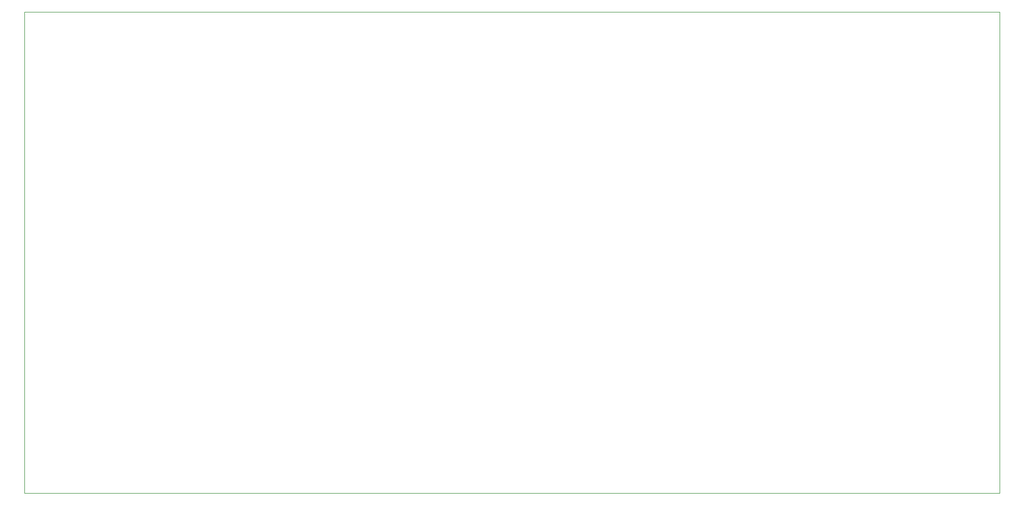
<source format=gbr>
G04 #@! TF.GenerationSoftware,KiCad,Pcbnew,(5.1.4-0-10_14)*
G04 #@! TF.CreationDate,2019-10-14T13:10:31-04:00*
G04 #@! TF.ProjectId,Robot,526f626f-742e-46b6-9963-61645f706362,rev?*
G04 #@! TF.SameCoordinates,Original*
G04 #@! TF.FileFunction,Profile,NP*
%FSLAX46Y46*%
G04 Gerber Fmt 4.6, Leading zero omitted, Abs format (unit mm)*
G04 Created by KiCad (PCBNEW (5.1.4-0-10_14)) date 2019-10-14 13:10:31*
%MOMM*%
%LPD*%
G04 APERTURE LIST*
%ADD10C,0.050000*%
G04 APERTURE END LIST*
D10*
X-64000000Y-64000000D02*
X1000000Y-64000000D01*
X-64000000Y14500000D02*
X-64000000Y-64000000D01*
X95000000Y-64000000D02*
X1000000Y-64000000D01*
X95000000Y14500000D02*
X95000000Y-64000000D01*
X-64000000Y14500000D02*
X95000000Y14500000D01*
M02*

</source>
